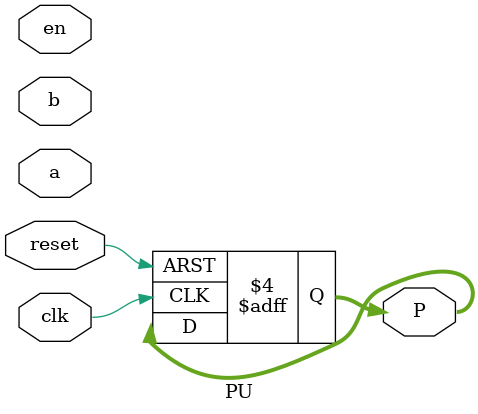
<source format=sv>
module PU #(
    parameter DATA_WIDTH = 16  // Paraméter, amely meghatározza a számok szélességét
)(
    input wire clk,                  // Órajel
    input wire reset,                // Reset jel
    input wire en,
    input wire [DATA_WIDTH-1:0] a,   // Első bemeneti szám
    input wire [DATA_WIDTH-1:0] b,   // Második bemeneti szám
    output reg [DATA_WIDTH-1:0] P // Kimeneti összeg
);





// A kimeneti eredmény frissítése
always @(posedge clk or posedge reset) begin
    if (reset) begin
        P <= 0;  // Reset esetén nullázza az előző állapotot
    
    end else begin 
    if (en) begin
     
        
        
        
        
    end else begin
        P <= P;    
    end
    end
end

endmodule

</source>
